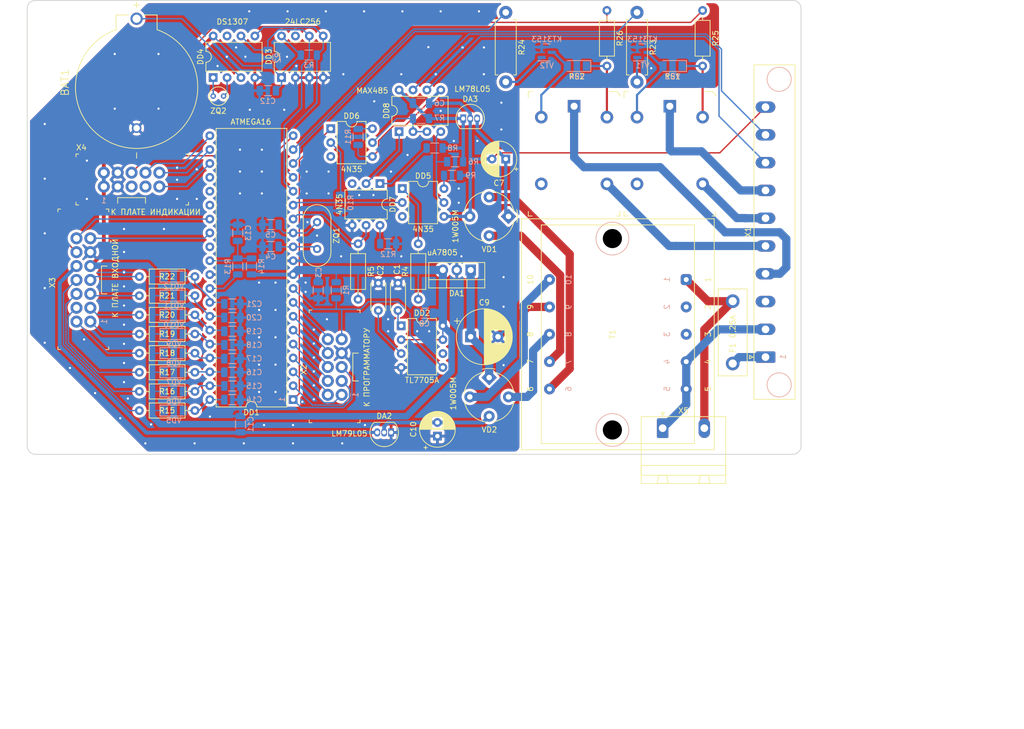
<source format=kicad_pcb>
(kicad_pcb (version 20211014) (generator pcbnew)
  (title_block (title "АКВ-МП, Плата процессора (ПП)"))
  (layers (0 "F.Cu" signal) (31 "B.Cu" signal) (34 "B.Paste" user) (35 "F.Paste" user) (36 "B.SilkS" user "B.Silkscreen") (37 "F.SilkS" user "F.Silkscreen") (38 "B.Mask" user) (39 "F.Mask" user) (44 "Edge.Cuts" user))
  (net 0 "")
  (net 1 "Net-(BAT1-Pad1)")
  (net 2 "+5V")
  (net 3 "GNDD")
  (net 4 "Net-(C1-Pad2)")
  (net 5 "Net-(C2-Pad2)")
  (net 6 "Net-(C4-Pad2)")
  (net 7 "Net-(C5-Pad2)")
  (net 8 "/+5V_SIO")
  (net 9 "Net-(C7-Pad1)")
  (net 10 "Net-(C9-Pad1)")
  (net 11 "Net-(C10-Pad2)")
  (net 12 "/-5V")
  (net 13 "Net-(C13-Pad1)")
  (net 14 "/ADC0")
  (net 15 "/ADC1")
  (net 16 "/ADC2")
  (net 17 "/ADC3")
  (net 18 "/ADC4")
  (net 19 "/ADC5")
  (net 20 "/ADC6")
  (net 21 "/ADC7")
  (net 22 "/PB0")
  (net 23 "/PB1")
  (net 24 "/PB2")
  (net 25 "/PB3")
  (net 26 "/PB4")
  (net 27 "/MOSI")
  (net 28 "/MISO")
  (net 29 "/SCK")
  (net 30 "/RXD")
  (net 31 "/TXD")
  (net 32 "/SCL")
  (net 33 "/SDA")
  (net 34 "/PD4")
  (net 35 "/PD5")
  (net 36 "/DATAOUT")
  (net 37 "/DATAIN")
  (net 38 "/DATAOUT1")
  (net 42 "/PC5")
  (net 43 "/PC6")
  (net 45 "Net-(DD1-Pad32)")
  (net 48 "Net-(DD4-Pad1)")
  (net 49 "Net-(DD4-Pad2)")
  (net 51 "Net-(DD5-Pad1)")
  (net 53 "Net-(DD5-Pad5)")
  (net 54 "Net-(DD5-Pad6)")
  (net 55 "Net-(DD6-Pad2)")
  (net 57 "Net-(DD6-Pad5)")
  (net 58 "Net-(DD6-Pad6)")
  (net 59 "Net-(DD7-Pad1)")
  (net 60 "Net-(DD7-Pad2)")
  (net 62 "Net-(DD7-Pad6)")
  (net 63 "/SIO_LINE_A")
  (net 64 "/SIO_LINE_B")
  (net 65 "/CH5")
  (net 66 "/CH6")
  (net 67 "/CH7")
  (net 68 "/CH8")
  (net 69 "/CH1")
  (net 70 "/CH2")
  (net 71 "/CH3")
  (net 72 "/CH4")
  (net 73 "Net-(R23-Pad2)")
  (net 74 "Net-(R24-Pad2)")
  (net 75 "/+30V")
  (net 76 "Net-(R25-Pad2)")
  (net 77 "Net-(R26-Pad2)")
  (net 78 "Net-(RS1-Pad1)")
  (net 79 "Net-(RS1-Pad2)")
  (net 81 "Net-(RS1-Pad4)")
  (net 82 "Net-(RS2-Pad1)")
  (net 83 "Net-(RS2-Pad2)")
  (net 85 "Net-(RS2-Pad4)")
  (net 86 "Net-(T1-Pad6)")
  (net 87 "Net-(T1-Pad7)")
  (net 88 "Net-(T1-Pad8)")
  (net 89 "Net-(T1-Pad10)")
  (net 93 "/~220L")
  (net 94 "/~220N")
  (net 95 "Net-(F1-Pad2)")
  (net 96 "/-5V_SIO")
  (net 97 "/DATACLK")
  (net 98 "/~{RESET}")
  (footprint "Capacitor_THT:CP_Radial_D6.3mm_P2.50mm" (layer "F.Cu") (at 115 59 180)
    (fp_text reference "C7")
    (fp_text value "100µFx16V")
  )
  (footprint "Resistor_THT:R_Axial_DIN0207_L6.3mm_D2.5mm_P10.16mm_Horizontal" (layer "F.Cu") (at 58.16 105 180)
    (fp_text reference "R15")
    (fp_text value "10К")
  )
  (footprint "Resistor_THT:R_Axial_DIN0207_L6.3mm_D2.5mm_P10.16mm_Horizontal" (layer "F.Cu") (at 58.16 91 180)
    (fp_text reference "R19")
    (fp_text value "10К")
  )
  (footprint "Package_TO_SOT_THT:TO-92_Inline" (layer "F.Cu") (at 94.04 109 180)
    (fp_text reference "DA2")
    (fp_text value "LM79L05")
  )
  (footprint "Capacitor_THT:C_Disc_D4.7mm_W2.5mm_P5.00mm" (layer "F.Cu") (at 95.3 81.7 -90)
    (fp_text reference "C1")
    (fp_text value "0,1µF")
  )
  (footprint "Resistor_THT:R_Axial_DIN0207_L6.3mm_D2.5mm_P10.16mm_Horizontal" (layer "F.Cu") (at 58.16 87.5 180)
    (fp_text reference "R20")
    (fp_text value "10К")
  )
  (footprint "Capacitor_THT:CP_Radial_D6.3mm_P2.50mm" (layer "F.Cu") (at 102.5 109.68238 90)
    (fp_text reference "C10")
    (fp_text value "100µFx16V")
  )
  (footprint "Crystal:Crystal_HC18-U_Vertical" (layer "F.Cu") (at 80.5 70.55 -90)
    (fp_text reference "ZQ1")
    (fp_text value "8MHz")
  )
  (footprint "Resistor_THT:R_Axial_DIN0207_L6.3mm_D2.5mm_P10.16mm_Horizontal" (layer "F.Cu") (at 58.16 84 180)
    (fp_text reference "R21")
    (fp_text value "10К")
  )
  (footprint "AKV_Library:PinHeader_2x7_P2.54mm_Drill1.2mm" (layer "F.Cu") (at 36.5 88.74 90)
    (fp_text reference "X3")
    (fp_text value "0878311420")
  )
  (footprint "Package_DIP:DIP-8_W7.62mm" (layer "F.Cu") (at 61.5 44.12 90)
    (fp_text reference "DD4")
    (fp_text value "DS1307")
  )
  (footprint "Resistor_THT:R_Axial_DIN0207_L6.3mm_D2.5mm_P10.16mm_Horizontal" (layer "F.Cu") (at 58.16 94.5 180)
    (fp_text reference "R18")
    (fp_text value "10К")
  )
  (footprint "Diode_THT:Diode_Bridge_Round_D9.0mm" (layer "F.Cu") (at 111.964466 98.964466 -45)
    (fp_text reference "VD2")
    (fp_text value "1W005M")
  )
  (footprint "Resistor_THT:R_Axial_DIN0207_L6.3mm_D2.5mm_P10.16mm_Horizontal" (layer "F.Cu") (at 151 31.84 -90)
    (fp_text reference "R25")
    (fp_text value "0,51К")
  )
  (footprint "AKV_Library:BAT_BS-7" (layer "F.Cu") (at 47.5 43.35 90)
    (fp_text reference "BAT1")
    (fp_text value "CR2032")
  )
  (footprint "MountingHole_3.2mm_M3" (layer "F.Cu") (at 163 109.5)
    (fp_text reference "REF**" hide)
    (fp_text value "MountingHole_3.2mm_M3")
  )
  (footprint "Package_TO_SOT_THT:TO-220-3_Vertical" (layer "F.Cu") (at 108.58 79.3 180)
    (fp_text reference "DA1")
    (fp_text value "uA7805")
  )
  (footprint "Package_DIP:DIP-6_W7.62mm" (layer "F.Cu") (at 92 63.5 -90)
    (fp_text reference "DD7")
    (fp_text value "4N35")
  )
  (footprint "Package_DIP:DIP-8_W7.62mm" (layer "F.Cu") (at 95.5 54 90)
    (fp_text reference "DD8")
    (fp_text value "MAX485")
  )
  (footprint "MountingHole_3.2mm_M3" (layer "F.Cu") (at 32 33.5)
    (fp_text reference "REF**" hide)
    (fp_text value "MountingHole_3.2mm_M3")
  )
  (footprint "Connector_Phoenix_GMSTB:PhoenixContact_GMSTBA_2,5_2-G-7,62_1x02_P7.62mm_Horizontal" (layer "F.Cu") (at 143.69 108.2225)
    (fp_text reference "X5")
    (fp_text value "22-23-2021")
  )
  (footprint "Diode_THT:Diode_Bridge_Round_D9.0mm" (layer "F.Cu") (at 115.5 69.5 -135)
    (fp_text reference "VD1")
    (fp_text value "1W005M")
  )
  (footprint "Connector_Phoenix_MSTB:PhoenixContact_MSTB_2,5_10-GF-5,08_1x10_P5.08mm_Horizontal_ThreadedFlange_MountHole" (layer "F.Cu") (at 162.5 95.225 90)
    (fp_text reference "X1")
    (fp_text value "Conn_01x10_Male")
  )
  (footprint "Resistor_THT:R_Axial_DIN0411_L9.9mm_D3.6mm_P12.70mm_Horizontal" (layer "F.Cu") (at 139 32.2 -90)
    (fp_text reference "R23")
    (fp_text value "1К")
  )
  (footprint "digikey-footprints:Relay_THT_G5LE-14" (layer "F.Cu") (at 127.5 49.35 -90)
    (fp_text reference "RS2")
    (fp_text value "BS-115C")
  )
  (footprint "Package_DIP:DIP-40_W15.24mm" (layer "F.Cu") (at 76.125 103 180)
    (fp_text reference "DD1")
    (fp_text value "ATmega16L-16P")
  )
  (footprint "Resistor_THT:R_Axial_DIN0207_L6.3mm_D2.5mm_P10.16mm_Horizontal" (layer "F.Cu") (at 58.16 101.5 180)
    (fp_text reference "R16")
    (fp_text value "10К")
  )
  (footprint "AKV_Library:PinHeader_2x5_P2.54mm_Drill1.2mm" (layer "F.Cu") (at 82.46 102.12 90)
    (fp_text reference "X2")
    (fp_text value "302-S101")
  )
  (footprint "Resistor_THT:R_Axial_DIN0207_L6.3mm_D2.5mm_P10.16mm_Horizontal" (layer "F.Cu") (at 133.5 31.84 -90)
    (fp_text reference "R26")
    (fp_text value "0,51К")
  )
  (footprint "Package_DIP:DIP-6_W7.62mm" (layer "F.Cu") (at 96.08 64.42)
    (fp_text reference "DD5")
    (fp_text value "4N35")
  )
  (footprint "AKV_Library:Transformer_TP-122" (layer "F.Cu") (at 148 101.05 90)
    (fp_text reference "T1")
    (fp_text value "Transformer_TP-122")
  )
  (footprint "digikey-footprints:Relay_THT_G5LE-14" (layer "F.Cu") (at 145 49.35 -90)
    (fp_text reference "RS1")
    (fp_text value "BS-115C")
  )
  (footprint "Resistor_THT:R_Axial_DIN0207_L6.3mm_D2.5mm_P10.16mm_Horizontal" (layer "F.Cu") (at 58.16 80.5 180)
    (fp_text reference "R22")
    (fp_text value "10К")
  )
  (footprint "Package_TO_SOT_THT:TO-92_Inline" (layer "F.Cu") (at 107.23 51.6)
    (fp_text reference "DA3")
    (fp_text value "LM78L05")
  )
  (footprint "Resistor_THT:R_Axial_DIN0207_L6.3mm_D2.5mm_P10.16mm_Horizontal" (layer "F.Cu") (at 58.16 98 180)
    (fp_text reference "R17")
    (fp_text value "10К")
  )
  (footprint "Resistor_THT:R_Axial_DIN0207_L6.3mm_D2.5mm_P10.16mm_Horizontal" (layer "F.Cu") (at 99 84.66 90)
    (fp_text reference "R4")
    (fp_text value "300")
  )
  (footprint "Resistor_THT:R_Axial_DIN0207_L6.3mm_D2.5mm_P10.16mm_Horizontal" (layer "F.Cu") (at 88 74.5 -90)
    (fp_text reference "R5")
    (fp_text value "1,1К")
  )
  (footprint "AKV_Library:Fuse_Littelfuse-LVR100_AKV" (layer "F.Cu") (at 156.5 96.4 90)
    (fp_text reference "F1")
    (fp_text value "0,25A")
  )
  (footprint "AKV_Library:PinHeader_2x5_P2.54mm_Drill1.2mm" (layer "F.Cu") (at 41.5 61.5)
    (fp_text reference "X4")
    (fp_text value "302-S101")
  )
  (footprint "MountingHole_3.2mm_M3" (layer "F.Cu") (at 163 33.5)
    (fp_text reference "REF**" hide)
    (fp_text value "MountingHole_3.2mm_M3")
  )
  (footprint "Package_DIP:DIP-8_W7.62mm" (layer "F.Cu") (at 95.88 89.5)
    (fp_text reference "DD2")
    (fp_text value "TL7705A")
  )
  (footprint "Package_DIP:DIP-8_W7.62mm" (layer "F.Cu") (at 74 44.12 90)
    (fp_text reference "DD3")
    (fp_text value "24LC256")
  )
  (footprint "MountingHole_3.2mm_M3" (layer "F.Cu") (at 32 109.5)
    (fp_text reference "REF**" hide)
    (fp_text value "MountingHole_3.2mm_M3")
  )
  (footprint "Package_DIP:DIP-6_W7.62mm" (layer "F.Cu") (at 83 53.46)
    (fp_text reference "DD6")
    (fp_text value "4N35")
  )
  (footprint "Capacitor_THT:CP_Radial_D10.0mm_P5.00mm" (layer "F.Cu") (at 108.58 91.5)
    (fp_text reference "C9")
    (fp_text value "1000µFx16V")
  )
  (footprint "Crystal:Crystal_C38-LF_D3.0mm_L8.0mm_Vertical" (layer "F.Cu") (at 61.5 47.5)
    (fp_text reference "ZQ2")
    (fp_text value "32768Hz")
  )
  (footprint "Resistor_THT:R_Axial_DIN0411_L9.9mm_D3.6mm_P12.70mm_Horizontal" (layer "F.Cu") (at 115 32.2 -90)
    (fp_text reference "R24")
    (fp_text value "1К")
  )
  (footprint "Capacitor_THT:C_Disc_D4.7mm_W2.5mm_P5.00mm" (layer "F.Cu") (at 91.7 81.7 -90)
    (fp_text reference "C2")
    (fp_text value "0,1µF")
  )
  (footprint "Capacitor_SMD:C_1206_3216Metric" (layer "B.Cu") (at 65 93)
    (fp_text reference "C18")
    (fp_text value "3,3nF")
  )
  (footprint "Diode_SMD:D_MiniMELF" (layer "B.Cu") (at 54.3 105)
    (fp_text reference "VD5")
    (fp_text value "LL4148")
  )
  (footprint "Resistor_SMD:R_1206_3216Metric" (layer "B.Cu") (at 102 57 180)
    (fp_text reference "R8")
    (fp_text value "300")
  )
  (footprint "Resistor_SMD:R_1206_3216Metric" (layer "B.Cu") (at 84.8 67 90)
    (fp_text reference "R10")
    (fp_text value "300")
  )
  (footprint "Resistor_SMD:R_1206_3216Metric" (layer "B.Cu") (at 71.5 40.5 90)
    (fp_text reference "R2")
    (fp_text value "5,1K")
  )
  (footprint "Capacitor_SMD:C_1206_3216Metric" (layer "B.Cu") (at 65 95.5)
    (fp_text reference "C17")
    (fp_text value "3,3nF")
  )
  (footprint "Resistor_SMD:R_1206_3216Metric" (layer "B.Cu") (at 105.7375 59.5)
    (fp_text reference "R6")
    (fp_text value "1К")
  )
  (footprint "Capacitor_SMD:C_1206_3216Metric" (layer "B.Cu") (at 66 72.5 90)
    (fp_text reference "C13")
    (fp_text value "0,47µF")
  )
  (footprint "Capacitor_SMD:C_1206_3216Metric" (layer "B.Cu") (at 100.225 87.2 180)
    (fp_text reference "C8")
    (fp_text value "0,47µF")
  )
  (footprint "Resistor_SMD:R_1206_3216Metric" (layer "B.Cu") (at 79 40)
    (fp_text reference "R3")
    (fp_text value "5,1K")
  )
  (footprint "Diode_SMD:D_MiniMELF" (layer "B.Cu") (at 54.3 91)
    (fp_text reference "VD9")
    (fp_text value "LL4148")
  )
  (footprint "Package_TO_SOT_SMD:SOT-23" (layer "B.Cu") (at 122.5 39.5)
    (fp_text reference "VT2")
    (fp_text value "KT3153")
  )
  (footprint "Package_TO_SOT_SMD:SOT-23" (layer "B.Cu") (at 140 39.5)
    (fp_text reference "VT1")
    (fp_text value "KT3153")
  )
  (footprint "Capacitor_SMD:C_1206_3216Metric" (layer "B.Cu") (at 65 90.5)
    (fp_text reference "C19")
    (fp_text value "3,3nF")
  )
  (footprint "Diode_SMD:D_MiniMELF" (layer "B.Cu") (at 54.3 87.5)
    (fp_text reference "VD10")
    (fp_text value "LL4148")
  )
  (footprint "Resistor_SMD:R_1206_3216Metric" (layer "B.Cu") (at 99.5 51.6)
    (fp_text reference "R7")
    (fp_text value "1К")
  )
  (footprint "Capacitor_SMD:C_1206_3216Metric" (layer "B.Cu") (at 66.5 107.5 90)
    (fp_text reference "C11")
    (fp_text value "0,47µF")
  )
  (footprint "Capacitor_SMD:C_1206_3216Metric" (layer "B.Cu") (at 65 98)
    (fp_text reference "C16")
    (fp_text value "3,3nF")
  )
  (footprint "Resistor_SMD:R_1206_3216Metric" (layer "B.Cu") (at 68.5 78.6375 90)
    (fp_text reference "R14")
    (fp_text value "100")
  )
  (footprint "Diode_SMD:D_MiniMELF" (layer "B.Cu") (at 128 42 180)
    (fp_text reference "VD4")
    (fp_text value "LL4148")
  )
  (footprint "Resistor_SMD:R_1206_3216Metric" (layer "B.Cu") (at 66 78.6375 -90)
    (fp_text reference "R13")
    (fp_text value "100")
  )
  (footprint "Capacitor_SMD:C_1206_3216Metric" (layer "B.Cu") (at 65 85.5)
    (fp_text reference "C21")
    (fp_text value "3,3nF")
  )
  (footprint "Capacitor_SMD:C_1206_3216Metric" (layer "B.Cu") (at 71.5 46.5 180)
    (fp_text reference "C12")
    (fp_text value "0,47µF")
  )
  (footprint "Capacitor_SMD:C_1206_3216Metric" (layer "B.Cu") (at 72 71)
    (fp_text reference "C5")
    (fp_text value "30pF")
  )
  (footprint "Diode_SMD:D_MiniMELF" (layer "B.Cu") (at 145.5 42 180)
    (fp_text reference "VD3")
    (fp_text value "LL4148")
  )
  (footprint "Diode_SMD:D_MiniMELF" (layer "B.Cu") (at 54.3 94.5)
    (fp_text reference "VD8")
    (fp_text value "LL4148")
  )
  (footprint "Diode_SMD:D_MiniMELF" (layer "B.Cu") (at 54.3 101.5)
    (fp_text reference "VD6")
    (fp_text value "LL4148")
  )
  (footprint "Capacitor_SMD:C_1206_3216Metric" (layer "B.Cu") (at 99.5 48.8)
    (fp_text reference "C6")
    (fp_text value "0,47µF")
  )
  (footprint "Capacitor_SMD:C_1206_3216Metric" (layer "B.Cu") (at 80.7 83 90)
    (fp_text reference "C3")
    (fp_text value "0,47µF")
  )
  (footprint "Capacitor_SMD:C_1206_3216Metric" (layer "B.Cu") (at 65 88)
    (fp_text reference "C20")
    (fp_text value "3,3nF")
  )
  (footprint "Resistor_SMD:R_1206_3216Metric" (layer "B.Cu") (at 93.5 74.5)
    (fp_text reference "R12")
    (fp_text value "82К")
  )
  (footprint "Resistor_SMD:R_1206_3216Metric" (layer "B.Cu") (at 88 54.9625 -90)
    (fp_text reference "R11")
    (fp_text value "82К")
  )
  (footprint "Capacitor_SMD:C_1206_3216Metric" (layer "B.Cu") (at 72 75)
    (fp_text reference "C4")
    (fp_text value "30pF")
  )
  (footprint "Capacitor_SMD:C_1206_3216Metric" (layer "B.Cu") (at 65 103)
    (fp_text reference "C14")
    (fp_text value "3,3nF")
  )
  (footprint "Resistor_SMD:R_1206_3216Metric" (layer "B.Cu") (at 105.1625 62)
    (fp_text reference "R9")
    (fp_text value "82К")
  )
  (footprint "Diode_SMD:D_MiniMELF" (layer "B.Cu") (at 54.3 80.5)
    (fp_text reference "VD12")
    (fp_text value "LL4148")
  )
  (footprint "Resistor_SMD:R_1206_3216Metric" (layer "B.Cu") (at 84 83 90)
    (fp_text reference "R1")
    (fp_text value "5,1K")
  )
  (footprint "Diode_SMD:D_MiniMELF" (layer "B.Cu") (at 54.3 84)
    (fp_text reference "VD11")
    (fp_text value "LL4148")
  )
  (footprint "Diode_SMD:D_MiniMELF" (layer "B.Cu") (at 54.3 98)
    (fp_text reference "VD7")
    (fp_text value "LL4148")
  )
  (footprint "Capacitor_SMD:C_1206_3216Metric" (layer "B.Cu") (at 65 100.5)
    (fp_text reference "C15")
    (fp_text value "3,3nF")
  )
  (gr_arc locked (start 29 113) (mid 27.93934 112.56066) (end 27.5 111.5) (layer "Edge.Cuts") (width 0.15))
  (gr_line locked (start 169 31.5) (end 169 111.5) (layer "Edge.Cuts") (width 0.15))
  (gr_line locked (start 167.5 113) (end 29 113) (layer "Edge.Cuts") (width 0.15))
  (gr_line locked (start 29 30) (end 167.5 30) (layer "Edge.Cuts") (width 0.15))
  (gr_line locked (start 27.5 111.5) (end 27.5 31.5) (layer "Edge.Cuts") (width 0.15))
  (gr_arc locked (start 167.5 30) (mid 168.56066 30.43934) (end 169 31.5) (layer "Edge.Cuts") (width 0.15))
  (gr_arc locked (start 169 111.5) (mid 168.56066 112.56066) (end 167.5 113) (layer "Edge.Cuts") (width 0.15))
  (gr_arc locked (start 27.5 31.5) (mid 27.93934 30.43934) (end 29 30) (layer "Edge.Cuts") (width 0.15))
  (gr_text "1" (at 74.1 103 90) (layer "B.SilkS") (effects (font (size 1 1)) (justify mirror)))
  (gr_text "1" (at 165.7 95.2 90) (layer "B.SilkS") (effects (font (size 1 1)) (justify mirror)))
  (gr_text "К ПРОГРАММАТОРУ\n" (at 89.6 97.1 90) (layer "F.SilkS") (effects (font (size 1 1))))
  (gr_text "ATMEGA16" (at 68.4 52.2) (layer "F.SilkS") (effects (font (size 1 1))))
  (gr_text "К ПЛАТЕ ИНДИКАЦИИ" (at 51 68.7) (layer "F.SilkS") (effects (font (size 1 1))))
  (gr_text "К ПЛАТЕ ВХОДНОЙ" (at 43.6 80.8 90) (layer "F.SilkS") (effects (font (size 1 1))))
  (segment (start 66.58 44.12) (end 55.81 33.35) (width 0.25) (layer "B.Cu") (net 1))
  (segment (start 55.81 33.35) (end 47.5 33.35) (width 0.25) (layer "B.Cu") (net 1))
  (segment (start 41.5 76.12) (end 41.5 64.04) (width 0.7) (layer "F.Cu") (net 2))
  (segment (start 61.5 36.5) (end 41.5 56.5) (width 0.7) (layer "F.Cu") (net 2))
  (segment (start 39.04 78.58) (end 41.5 76.12) (width 0.7) (layer "F.Cu") (net 2))
  (segment (start 103.5 92.04) (end 95.88 92.04) (width 0.25) (layer "F.Cu") (net 2))
  (segment (start 41.5 56.5) (end 41.5 61.5) (width 0.7) (layer "F.Cu") (net 2))
  (segment (start 49.4 78.5) (end 39.12 78.5) (width 1.2) (layer "B.Cu") (net 2))
  (segment (start 74 44.12) (end 74 43.5375) (width 0.25) (layer "B.Cu") (net 2))
  (segment (start 101.7 87.2) (end 103.4 87.2) (width 1.5) (layer "B.Cu") (net 2))
  (segment (start 50.3 94.5) (end 50.3 91) (width 1.2) (layer "B.Cu") (net 2))
  (segment (start 50.3 106.002943) (end 50.3 105) (width 1.2) (layer "B.Cu") (net 2))
  (segment (start 105.1 97.8) (end 96.86762 106.03238) (width 1.2) (layer "B.Cu") (net 2))
  (segment (start 99 84.66) (end 99 79.7) (width 0.25) (layer "B.Cu") (net 2))
  (segment (start 88.2 79.3) (end 84.1 79.3) (width 1.5) (layer "B.Cu") (net 2))
  (segment (start 52.55 101.5) (end 50.3 101.5) (width 0.25) (layer "B.Cu") (net 2))
  (segment (start 50.3 84) (end 50.3 80.5) (width 1.2) (layer "B.Cu") (net 2))
  (segment (start 52.55 105) (end 50.3 105) (width 0.25) (layer "B.Cu") (net 2))
  (segment (start 103.5 79.3) (end 103.5 87.1) (width 1.5) (layer "B.Cu") (net 2))
  (segment (start 99 79.7) (end 98.6 79.3) (width 0.25) (layer "B.Cu") (net 2))
  (segment (start 103.5 87.1) (end 103.5 89.5) (width 1.5) (layer "B.Cu") (net 2))
  (segment (start 39.12 78.5) (end 39.04 78.58) (width 1.2) (layer "B.Cu") (net 2))
  (segment (start 71.8425 41.9625) (end 74 44.12) (width 0.25) (layer "B.Cu") (net 2))
  (segment (start 80.7 79.3) (end 76.965 79.3) (width 1.5) (layer "B.Cu") (net 2))
  (segment (start 50.3 79.4) (end 49.4 78.5) (width 1.2) (layer "B.Cu") (net 2))
  (segment (start 52.55 80.5) (end 50.3 80.5) (width 0.25) (layer "B.Cu") (net 2))
  (segment (start 50.4 87.5) (end 50.3 87.4) (width 0.25) (layer "B.Cu") (net 2))
  (segment (start 105.1 91.1) (end 105.1 97.8) (width 1.2) (layer "B.Cu") (net 2))
  (segment (start 80.7 79.3) (end 80.7 81.525) (width 1.2) (layer "B.Cu") (net 2))
  (segment (start 84.1 79.3) (end 80.7 79.3) (width 1.5) (layer "B.Cu") (net 2))
  (segment (start 52.55 91) (end 50.3 91) (width 0.25) (layer "B.Cu") (net 2))
  (segment (start 103.5 89.5) (end 105.1 91.1) (width 1.2) (layer "B.Cu") (net 2))
  (segment (start 76.965 79.3) (end 76.125 80.14) (width 1.5) (layer "B.Cu") (net 2))
  (segment (start 74 45.475) (end 72.975 46.5) (width 0.25) (layer "B.Cu") (net 2))
  (segment (start 71.5 41.9625) (end 66.9625 41.9625) (width 0.25) (layer "B.Cu") (net 2))
  (segment (start 50.3 87.4) (end 50.3 84) (width 1.2) (layer "B.Cu") (net 2))
  (segment (start 52.55 98) (end 50.3 98) (width 0.25) (layer "B.Cu") (net 2))
  (segment (start 68.54 80.14) (end 76.125 80.14) (width 0.7) (layer "B.Cu") (net 2))
  (segment (start 84 79.4) (end 84.1 79.3) (width 0.25) (layer "B.Cu") (net 2))
  (segment (start 50.3 91) (end 50.3 87.4) (width 1.2) (layer "B.Cu") (net 2))
  (segment (start 74 44.12) (end 74 45.475) (width 0.25) (layer "B.Cu") (net 2))
  (segment (start 68.5 80.1) (end 68.54 80.14) (width 0.7) (layer "B.Cu") (net 2))
  (segment (start 52.55 87.5) (end 50.4 87.5) (width 0.25) (layer "B.Cu") (net 2))
  (segment (start 51.797057 107.5) (end 50.3 106.002943) (width 1.2) (layer "B.Cu") (net 2))
  (segment (start 41.5 64.04) (end 41.5 61.5) (width 0.7) (layer "B.Cu") (net 2))
  (segment (start 50.3 98) (end 50.3 94.5) (width 1.2) (layer "B.Cu") (net 2))
  (segment (start 98.6 79.3) (end 88.2 79.3) (width 1.5) (layer "B.Cu") (net 2))
  (segment (start 74 43.5375) (end 77.5375 40) (width 0.25) (layer "B.Cu") (net 2))
  (segment (start 71.5 41.9625) (end 71.8425 41.9625) (width 0.25) (layer "B.Cu") (net 2))
  (segment (start 50.3 101.5) (end 50.3 98) (width 1.2) (layer "B.Cu") (net 2))
  (segment (start 84 81.5375) (end 84 79.4) (width 0.25) (layer "B.Cu") (net 2))
  (segment (start 88 84.66) (end 88 79.5) (width 0.25) (layer "B.Cu") (net 2))
  (segment (start 50.3 80.5) (end 50.3 79.4) (width 1.2) (layer "B.Cu") (net 2))
  (segment (start 103.4 87.2) (end 103.5 87.1) (width 1.5) (layer "B.Cu") (net 2))
  (segment (start 103.5 79.3) (end 98.6 79.3) (width 1.5) (layer "B.Cu") (net 2))
  (segment (start 103.5 89.5) (end 103.5 92.04) (width 0.25) (layer "B.Cu") (net 2))
  (segment (start 96.86762 106.03238) (end 68.952544 106.03238) (width 1.2) (layer "B.Cu") (net 2))
  (segment (start 50.3 105) (end 50.3 101.5) (width 1.2) (layer "B.Cu") (net 2))
  (segment (start 77.5375 40) (end 77.5 40) (width 0.25) (layer "B.Cu") (net 2))
  (segment (start 67.484924 107.5) (end 51.797057 107.5) (width 1.2) (layer "B.Cu") (net 2))
  (segment (start 77.5 40) (end 74 36.5) (width 0.25) (layer "B.Cu") (net 2))
  (segment (start 88 79.5) (end 88.2 79.3) (width 0.25) (layer "B.Cu") (net 2))
  (segment (start 52.55 94.5) (end 50.3 94.5) (width 0.25) (layer "B.Cu") (net 2))
  (segment (start 52.55 84) (end 50.3 84) (width 0.25) (layer "B.Cu") (net 2))
  (segment (start 66.9625 41.9625) (end 61.5 36.5) (width 0.25) (layer "B.Cu") (net 2))
  (segment (start 68.952544 106.03238) (end 67.484924 107.5) (width 1.2) (layer "B.Cu") (net 2))
  (segment (start 119.03 86.05) (end 113.58 91.5) (width 1.5) (layer "F.Cu") (net 3))
  (segment (start 123 86.05) (end 119.03 86.05) (width 1.5) (layer "F.Cu") (net 3))
  (via (at 94 61.3) (size 0.8) (drill 0.4) (layers "F.Cu" "B.Cu") (net 3))
  (via (at 45.2 96.3) (size 0.8) (drill 0.4) (layers "F.Cu" "B.Cu") (net 3))
  (via (at 68.1 32) (size 0.8) (drill 0.4) (layers "F.Cu" "B.Cu") (net 3))
  (via (at 102.2 43.5) (size 0.8) (drill 0.4) (layers "F.Cu" "B.Cu") (net 3))
  (via (at 95.9 43.5) (size 0.8) (drill 0.4) (layers "F.Cu" "B.Cu") (net 3))
  (via (at 58.5 66.3) (size 0.8) (drill 0.4) (layers "F.Cu" "B.Cu") (net 3))
  (via (at 106.9 76.8) (size 0.8) (drill 0.4) (layers "F.Cu" "B.Cu") (net 3))
  (via (at 68.2 50) (size 0.8) (drill 0.4) (layers "F.Cu" "B.Cu") (net 3))
  (via (at 75.002944 40.302944) (size 0.8) (drill 0.4) (layers "F.Cu" "B.Cu") (net 3))
  (via (at 78.4 83.3) (size 0.8) (drill 0.4) (layers "F.Cu" "B.Cu") (net 3))
  (via (at 30.7 72.6) (size 0.8) (drill 0.4) (layers "F.Cu" "B.Cu") (net 3))
  (via (at 72.9 91.6) (size 0.8) (drill 0.4) (layers "F.Cu" "B.Cu") (net 3))
  (via (at 30.7 82.6) (size 0.8) (drill 0.4) (layers "F.Cu" "B.Cu") (net 3))
  (via (at 45.2 99.8) (size 0.8) (drill 0.4) (layers "F.Cu" "B.Cu") (net 3))
  (via (at 72.9 81.6) (size 0.8) (drill 0.4) (layers "F.Cu" "B.Cu") (net 3))
  (via (at 70.4 57.3) (size 0.8) (drill 0.4) (layers "F.Cu" "B.Cu") (net 3))
  (via (at 109.8 55.7) (size 0.8) (drill 0.4) (layers "F.Cu" "B.Cu") (net 3))
  (via (at 62.302944 41.997056) (size 0.8) (drill 0.4) (layers "F.Cu" "B.Cu") (net 3))
  (via (at 37.9 92) (size 0.8) (drill 0.4) (layers "F.Cu" "B.Cu") (net 3))
  (via (at 78.6 61.3) (size 0.8) (drill 0.4) (layers "F.Cu" "B.Cu") (net 3))
  (via (at 90.8 65.6) (size 0.8) (drill 0.4) (layers "F.Cu" "B.Cu") (net 3))
  (via (at 101 90.5) (size 0.8) (drill 0.4) (layers "F.Cu" "B.Cu") (net 3))
  (via (at 96.1 32) (size 0.8) (drill 0.4) (layers "F.Cu" "B.Cu") (net 3))
  (via (at 90.950253 48.449747) (size 0.8) (drill 0.4) (layers "F.Cu" "B.Cu") (net 3))
  (via (at 114.6 96.7) (size 0.8) (drill 0.4) (layers "F.Cu" "B.Cu") (net 3))
  (via (at 93.5 88.3) (size 0.8) (drill 0.4) (layers "F.Cu" "B.Cu") (net 3))
  (via (at 76.1 107.65) (size 0.8) (drill 0.4) (layers "F.Cu" "B.Cu") (net 3))
  (via (at 60.9 106.1) (size 0.8) (drill 0.4) (layers "F.Cu" "B.Cu") (net 3))
  (via (at 69.9 81.6) (size 0.8) (drill 0.4) (layers "F.Cu" "B.Cu") (net 3))
  (via (at 105.5 55.7) (size 0.8) (drill 0.4) (layers "F.Cu" "B.Cu") (net 3))
  (via (at 89.25 107.65) (size 0.8) (drill 0.4) (layers "F.Cu" "B.Cu") (net 3))
  (via (at 88.2 65.6) (size 0.8) (drill 0.4) (layers "F.Cu" "B.Cu") (net 3))
  (via (at 69.9 91.6) (size 0.8) (drill 0.4) (layers "F.Cu" "B.Cu") (net 3))
  (via (at 54.9 62.8) (size 0.8) (drill 0.4) (layers "F.Cu" "B.Cu") (net 3))
  (via (at 51.5 49.8) (size 0.8) (drill 0.4) (layers "F.Cu" "B.Cu") (net 3))
  (via (at 54.9 66.3) (size 0.8) (drill 0.4) (layers "F.Cu" "B.Cu") (net 3))
  (via (at 79.9 90.2) (size 0.8) (drill 0.4) (layers "F.Cu" "B.Cu") (net 3))
  (via (at 79.9 100.4) (size 0.8) (drill 0.4) (layers "F.Cu" "B.Cu") (net 3))
  (via (at 82.3 88.3) (size 0.8) (drill 0.4) (layers "F.Cu" "B.Cu") (net 3))
  (via (at 93.5 90.5) (size 0.8) (drill 0.4) (layers "F.Cu" "B.Cu") (net 3))
  (via (at 50.14264 107.54264) (size 0.8) (drill 0.4) (layers "F.Cu" "B.Cu") (net 3))
  (via (at 38.4 66.3) (size 0.8) (drill 0.4) (layers "F.Cu" "B.Cu") (net 3))
  (via (at 66.4 57.3) (size 0.8) (drill 0.4) (layers "F.Cu" "B.Cu") (net 3))
  (via (at 67.1 111) (size 0.8) (drill 0.4) (layers "F.Cu" "B.Cu") (net 3))
  (via (at 45.9 102.8) (size 0.8) (drill 0.4) (layers "F.Cu" "B.Cu") (net 3))
  (via (at 69.9 96.6) (size 0.8) (drill 0.4) (layers "F.Cu" "B.Cu") (net 3))
  (via (at 70.8 107.65) (size 0.8) (drill 0.4) (layers "F.Cu" "B.Cu") (net 3))
  (via (at 69.9 86.6) (size 0.8) (drill 0.4) (layers "F.Cu" "B.Cu") (net 3))
  (via (at 141.6 42.4) (size 0.8) (drill 0.4) (layers "F.Cu" "B.Cu") (net 3))
  (via (at 65.697056 38.602944) (size 0.8) (drill 0.4) (layers "F.Cu" "B.Cu") (net 3))
  (via (at 45.2 76) (size 0.8) (drill 0.4) (layers "F.Cu" "B.Cu") (net 3))
  (via (at 100.849747 38.550253) (size 0.8) (drill 0.4) (layers "F.Cu" "B.Cu") (net 3))
  (via (at 106.4 67) (size 0.8) (drill 0.4) (layers "F.Cu" "B.Cu") (net 3))
  (via (at 114.2 53.6) (size 0.8) (drill 0.4) (layers "F.Cu" "B.Cu") (net 3))
  (via (at 79.9 95.3) (size 0.8) (drill 0.4) (layers "F.Cu" "B.Cu") (net 3))
  (via (at 43.5 39.8) (size 0.8) (drill 0.4) (layers "F.Cu" "B.Cu") (net 3))
  (via (at 54.9 60.6) (size 0.8) (drill 0.4) (layers "F.Cu" "B.Cu") (net 3))
  (via (at 84.9 76.8) (size 0.8) (drill 0.4) (layers "F.Cu" "B.Cu") (net 3))
  (via (at 111 38.6) (size 0.8) (drill 0.4) (layers "F.Cu" "B.Cu") (net 3))
  (via (at 76.7 42) (size 0.8) (drill 0.4) (layers "F.Cu" "B.Cu") (net 3))
  (via (at 95.9 76.8) (size 0.8) (drill 0.4) (layers "F.Cu" "B.Cu") (net 3))
  (via (at 45.2 92.8) (size 0.8) (drill 0.4) (layers "F.Cu" "B.Cu") (net 3))
  (via (at 30.7 52.6) (size 0.8) (drill 0.4) (layers "F.Cu" "B.Cu") (net 3))
  (via (at 39.907612 101.807612) (size 0.8) (drill 0.4) (layers "F.Cu" "B.Cu") (net 3))
  (via (at 45.2 85.8) (size 0.8) (drill 0.4) (layers "F.Cu" "B.Cu") (net 3))
  (via (at 35.311418 97.211418) (size 0.8) (drill 0.4) (layers "F.Cu" "B.Cu") (net 3))
  (via (at 82.1 32) (size 0.8) (drill 0.4) (layers "F.Cu" "B.Cu") (net 3))
  (via (at 43.5 49.8) (size 0.8) (drill 0.4) (layers "F.Cu" "B.Cu") (net 3))
  (via (at 58.5 60.9) (size 0.8) (drill 0.4) (layers "F.Cu" "B.Cu") (net 3))
  (via (at 77.8 103.4) (size 0.8) (drill 0.4) (layers "F.Cu" "B.Cu") (net 3))
  (via (at 114.6 86) (size 0.8) (drill 0.4) (layers "F.Cu" "B.Cu") (net 3))
  (via (at 110.1 32) (size 0.8) (drill 0.4) (layers "F.Cu" "B.Cu") (net 3))
  (via (at 45.2 71.8) (size 0.8) (drill 0.4) (layers "F.Cu" "B.Cu") (net 3))
  (via (at 72.9 96.6) (size 0.8) (drill 0.4) (layers "F.Cu" "B.Cu") (net 3))
  (via (at 66.4 61.3) (size 0.8) (drill 0.4) (layers "F.Cu" "B.Cu") (net 3))
  (via (at 74.5 50) (size 0.8) (drill 0.4) (layers "F.Cu" "B.Cu") (net 3))
  (via (at 111 43.5) (size 0.8) (drill 0.4) (layers "F.Cu" "B.Cu") (net 3))
  (via (at 67.394112 40.3) (size 0.8) (drill 0.4) (layers "F.Cu" "B.Cu") (net 3))
  (via (at 66.4 65.3) (size 0.8) (drill 0.4) (layers "F.Cu" "B.Cu") (net 3))
  (via (at 78.75 70.55) (size 0.8) (drill 0.4) (layers "F.Cu" "B.Cu") (net 3))
  (via (at 52.5 71.8) (size 0.8) (drill 0.4) (layers "F.Cu" "B.Cu") (net 3))
  (via (at 70.4 65.3) (size 0.8) (drill 0.4) (layers "F.Cu" "B.Cu") (net 3))
  (via (at 45.2 82.3) (size 0.8) (drill 0.4) (layers "F.Cu" "B.Cu") (net 3))
  (via (at 89.1 32) (size 0.8) (drill 0.4) (layers "F.Cu" "B.Cu") (net 3))
  (via (at 45.2 89.3) (size 0.8) (drill 0.4) (layers "F.Cu" "B.Cu") (net 3))
  (via (at 78.4 81.6) (size 0.8) (drill 0.4) (layers "F.Cu" "B.Cu") (net 3))
  (via (at 78.6 65.3) (size 0.8) (drill 0.4) (layers "F.Cu" "B.Cu") (net 3))
  (via (at 79.9 92.75) (size 0.8) (drill 0.4) (layers "F.Cu" "B.Cu") (net 3))
  (via (at 82.6 61.3) (size 0.8) (drill 0.4) (layers "F.Cu" "B.Cu") (net 3))
  (via (at 69.9 101.6) (size 0.8) (drill 0.4) (layers "F.Cu" "B.Cu") (net 3))
  (via (at 103.1 50.2) (size 0.8) (drill 0.4) (layers "F.Cu" "B.Cu") (net 3))
  (via (at 85.3 43.5) (size 0.8) (drill 0.4) (layers "F.Cu" "B.Cu") (net 3))
  (via (at 58.1 111) (size 0.8) (drill 0.4) (layers "F.Cu" "B.Cu") (net 3))
  (via (at 82.6 65.3) (size 0.8) (drill 0.4) (layers "F.Cu" "B.Cu") (net 3))
  (via (at 79.9 102.95) (size 0.8) (drill 0.4) (layers "F.Cu" "B.Cu") (net 3))
  (via (at 49.1 111) (size 0.8) (drill 0.4) (layers "F.Cu" "B.Cu") (net 3))
  (via (at 98.8 90.5) (size 0.8) (drill 0.4) (layers "F.Cu" "B.Cu") (net 3))
  (via (at 70.4 61.3) (size 0.8) (drill 0.4) (layers "F.Cu" "B.Cu") (net 3))
  (via (at 114.2 48.7) (size 0.8) (drill 0.4) (layers "F.Cu" "B.Cu") (net 3))
  (via (at 114.6 80.6) (size 0.8) (drill 0.4) (layers "F.Cu" "B.Cu") (net 3))
  (via (at 45.2 79.7) (size 0.8) (drill 0.4) (layers "F.Cu" "B.Cu") (net 3))
  (via (at 106.4 64.4) (size 0.8) (drill 0.4) (layers "F.Cu" "B.Cu") (net 3))
  (via (at 103.1 32) (size 0.8) (drill 0.4) (layers "F.Cu" "B.Cu") (net 3))
  (via (at 30.7 62.6) (size 0.8) (drill 0.4) (layers "F.Cu" "B.Cu") (net 3))
  (via (at 44.503806 106.403806) (size 0.8) (drill 0.4) (layers "F.Cu" "B.Cu") (net 3))
  (via (at 30.7 92.6) (size 0.8) (drill 0.4) (layers "F.Cu" "B.Cu") (net 3))
  (via (at 107.1 38.6) (size 0.8) (drill 0.4) (layers "F.Cu" "B.Cu") (net 3))
  (via (at 76.1 111) (size 0.8) (drill 0.4) (layers "F.Cu" "B.Cu") (net 3))
  (via (at 72.9 101.6) (size 0.8) (drill 0.4) (layers "F.Cu" "B.Cu") (net 3))
  (via (at 38.4 59.3) (size 0.8) (drill 0.4) (layers "F.Cu" "B.Cu") (net 3))
  (via (at 79.9 97.85) (size 0.8) (drill 0.4) (layers "F.Cu" "B.Cu") (net 3))
  (via (at 97.04056 58.25944) (size 0.8) (drill 0.4) (layers "F.Cu" "B.Cu") (net 3))
  (via (at 80.5 73) (size 0.8) (drill 0.4) (layers "F.Cu" "B.Cu") (net 3))
  (via (at 75.1 32) (size 0.8) (drill 0.4) (layers "F.Cu" "B.Cu") (net 3))
  (via (at 64 40.3) (size 0.8) (drill 0.4) (layers "F.Cu" "B.Cu") (net 3))
  (via (at 72.9 86.6) (size 0.8) (drill 0.4) (layers "F.Cu" "B.Cu") (net 3))
  (via (at 85.1 111) (size 0.8) (drill 0.4) (layers "F.Cu" "B.Cu") (net 3))
  (via (at 51.5 39.8) (size 0.8) (drill 0.4) (layers "F.Cu" "B.Cu") (net 3))
  (segment (start 92.1625 68.4625) (end 94.9625 71.2625) (width 0.25) (layer "B.Cu") (net 3))
  (segment (start 94.9625 71.2625) (end 94.9625 74.5) (width 0.25) (layer "B.Cu") (net 3))
  (segment (start 66.025 71) (end 66 71.025) (width 0.25) (layer "B.Cu") (net 3))
  (segment (start 84.8 68.4625) (end 92.1625 68.4625) (width 0.25) (layer "B.Cu") (net 3))
  (segment (start 139.0625 38.55) (end 121.5625 38.55) (width 0.4) (layer "B.Cu") (net 3))
  (segment (start 95.3 88.92) (end 95.88 89.5) (width 0.25) (layer "B.Cu") (net 4))
  (segment (start 95.3 86.7) (end 95.3 88.92) (width 0.25) (layer "B.Cu") (net 4))
  (segment (start 91.7 90.4) (end 91.7 86.7) (width 0.25) (layer "B.Cu") (net 5))
  (segment (start 91.7 90.4) (end 95.88 94.58) (width 0.25) (layer "B.Cu") (net 5))
  (segment (start 80.11 75.06) (end 80.5 75.45) (width 0.25) (layer "B.Cu") (net 6))
  (segment (start 76.125 75.06) (end 80.11 75.06) (width 0.25) (layer "B.Cu") (net 6))
  (segment (start 73.535 75.06) (end 73.475 75) (width 0.25) (layer "B.Cu") (net 6))
  (segment (start 76.125 75.06) (end 73.535 75.06) (width 0.25) (layer "B.Cu") (net 6))
  (segment (start 73.475 71.575) (end 73.475 71) (width 0.25) (layer "B.Cu") (net 7))
  (segment (start 74.42 72.52) (end 73.475 71.575) (width 0.25) (layer "B.Cu") (net 7))
  (segment (start 78.53 72.52) (end 80.5 70.55) (width 0.25) (layer "B.Cu") (net 7))
  (segment (start 76.125 72.52) (end 74.42 72.52) (width 0.25) (layer "B.Cu") (net 7))
  (segment (start 76.125 72.52) (end 78.53 72.52) (width 0.25) (layer "B.Cu") (net 7))
  (segment (start 98.025 48.8) (end 97.92 48.8) (width 0.6) (layer "B.Cu") (net 8))
  (segment (start 107.23 59.47) (end 107.2 59.5) (width 0.6) (layer "B.Cu") (net 8))
  (segment (start 107.23 56.93) (end 107.23 59.47) (width 0.6) (layer "B.Cu") (net 8))
  (segment (start 107.23 59.2325) (end 106.9625 59.5) (width 0.3) (layer "B.Cu") (net 8))
  (segment (start 100.9625 51.6) (end 100.825 51.6) (width 0.6) (layer "B.Cu") (net 8))
  (segment (start 97.92 48.8) (end 95.5 46.38) (width 0.6) (layer "B.Cu") (net 8))
  (segment (start 100.825 51.6) (end 98.025 48.8) (width 0.6) (layer "B.Cu") (net 8))
  (segment (start 107.23 51.6) (end 100.9625 51.6) (width 0.6) (layer "B.Cu") (net 8))
  (segment (start 103.4625 57) (end 107.16 57) (width 0.6) (layer "B.Cu") (net 8))
  (segment (start 107.16 57) (end 107.23 56.93) (width 0.6) (layer "B.Cu") (net 8))
  (segment (start 107.23 51.6) (end 107.23 56.93) (width 0.6) (layer "B.Cu") (net 8))
  (segment (start 109.77 51.6) (end 109.77 53.77) (width 0.6) (layer "B.Cu") (net 9))
  (segment (start 115 69) (end 115.5 69.5) (width 0.6) (layer "B.Cu") (net 9))
  (segment (start 109.77 53.77) (end 115 59) (width 0.6) (layer "B.Cu") (net 9))
  (segment (start 115 59) (end 115 69) (width 0.6) (layer "B.Cu") (net 9))
  (segment (start 108.58 91.5) (end 108.58 79.3) (width 1.5) (layer "B.Cu") (net 10))
  (segment (start 111.964466 98.964466) (end 111.964466 94.884466) (width 1.5) (layer "B.Cu") (net 10))
  (segment (start 111.964466 94.884466) (end 108.58 91.5) (width 1.5) (layer "B.Cu") (net 10))
  (segment (start 92.77 109) (end 92.77 107.895) (width 0.7) (layer "B.Cu") (net 11))
  (segment (start 102.5 107.18238) (end 110.81762 107.18238) (width 0.7) (layer "B.Cu") (net 11))
  (segment (start 110.81762 107.18238) (end 111.964466 106.035534) (width 0.7) (layer "B.Cu") (net 11))
  (segment (start 92.77 107.895) (end 93.48262 107.18238) (width 0.7) (layer "B.Cu") (net 11))
  (segment (start 93.48262 107.18238) (end 102.5 107.18238) (width 0.7) (layer "B.Cu") (net 11))
  (segment (start 66.475 109) (end 66.5 108.975) (width 0.6) (layer "B.Cu") (net 12))
  (segment (start 33.45 93.22071) (end 49.27929 109.05) (width 0.7) (layer "B.Cu") (net 12))
  (segment (start 66.525 109) (end 91.5 109) (width 0.6) (layer "B.Cu") (net 12))
  (segment (start 36.5 78.58) (end 33.45 81.63) (width 0.7) (layer "B.Cu") (net 12))
  (segment (start 66.5 108.975) (end 66.525 109) (width 0.6) (layer "B.Cu") (net 12))
  (segment (start 33.45 81.63) (end 33.45 93.22071) (width 0.7) (layer "B.Cu") (net 12))
  (segment (start 66.425 109.05) (end 66.5 108.975) (width 0.7) (layer "B.Cu") (net 12))
  (segment (start 49.27929 109.05) (end 66.425 109.05) (width 0.7) (layer "B.Cu") (net 12))
  (segment (start 66 77.175) (end 68.5 77.175) (width 0.25) (layer "B.Cu") (net 13))
  (segment (start 60.885 77.6) (end 65.575 77.6) (width 0.25) (layer "B.Cu") (net 13))
  (segment (start 65.575 77.6) (end 66 77.175) (width 0.25) (layer "B.Cu") (net 13))
  (segment (start 66 73.975) (end 66 77.175) (width 0.25) (layer "B.Cu") (net 13))
  (segment (start 60.885 103) (end 63.525 103) (width 0.25) (layer "B.Cu") (net 14))
  (segment (start 60.885 103) (end 58.885 105) (width 0.25) (layer "B.Cu") (net 14))
  (segment (start 56.05 105) (end 58.16 105) (width 0.25) (layer "B.Cu") (net 14))
  (segment (start 58.885 105) (end 58.16 105) (width 0.25) (layer "B.Cu") (net 14))
  (segment (start 63.485 100.46) (end 60.885 100.46) (width 0.25) (layer "B.Cu") (net 15))
  (segment (start 59.2 100.46) (end 58.16 101.5) (width 0.25) (layer "B.Cu") (net 15))
  (segment (start 63.525 100.5) (end 63.485 100.46) (width 0.25) (layer "B.Cu") (net 15))
  (segment (start 60.885 100.46) (end 59.2 100.46) (width 0.25) (layer "B.Cu") (net 15))
  (segment (start 56.05 101.5) (end 58.16 101.5) (width 0.25) (layer "B.Cu") (net 15))
  (segment (start 63.445 97.92) (end 60.885 97.92) (width 0.25) (layer "B.Cu") (net 16))
  (segment (start 63.525 98) (end 63.445 97.92) (width 0.25) (layer "B.Cu") (net 16))
  (segment (start 58.24 97.92) (end 58.16 98) (width 0.25) (layer "B.Cu") (net 16))
  (segment (start 56.05 98) (end 58.16 98) (width 0.25) (layer "B.Cu") (net 16))
  (segment (start 60.885 97.92) (end 58.24 97.92) (width 0.25) (layer "B.Cu") (net 16))
  (segment (start 60.885 95.38) (end 59.04 95.38) (width 0.25) (layer "B.Cu") (net 17))
  (segment (start 63.525 95.5) (end 63.405 95.38) (width 0.25) (layer "B.Cu") (net 17))
  (segment (start 59.04 95.38) (end 58.16 94.5) (width 0.25) (layer "B.Cu") (net 17))
  (segment (start 63.405 95.38) (end 60.885 95.38) (width 0.25) (layer "B.Cu") (net 17))
  (segment (start 56.05 94.5) (end 58.16 94.5) (width 0.25) (layer "B.Cu") (net 17))
  (segment (start 56.05 91) (end 58.16 91) (width 0.25) (layer "B.Cu") (net 18))
  (segment (start 63.365 92.84) (end 60.885 92.84) (width 0.25) (layer "B.Cu") (net 18))
  (segment (start 60.885 92.84) (end 59.045 91) (width 0.25) (layer "B.Cu") (net 18))
  (segment (start 63.525 93) (end 63.365 92.84) (width 0.25) (layer "B.Cu") (net 18))
  (segment (start 59.045 91) (end 58.16 91) (width 0.25) (layer "B.Cu") (net 18))
  (segment (start 60.885 90.3) (end 58.16 87.575) (width 0.25) (layer "B.Cu") (net 19))
  (segment (start 63.325 90.3) (end 60.885 90.3) (width 0.25) (layer "B.Cu") (net 19))
  (segment (start 58.16 87.575) (end 58.16 87.5) (width 0.25) (layer "B.Cu") (net 19))
  (segment (start 56.05 87.5) (end 58.16 87.5) (width 0.25) (layer "B.Cu") (net 19))
  (segment (start 63.525 90.5) (end 63.325 90.3) (width 0.25) (layer "B.Cu") (net 19))
  (segment (start 63.525 88) (end 63.285 87.76) (width 0.25) (layer "B.Cu") (net 20))
  (segment (start 56.05 84) (end 58.16 84) (width 0.25) (layer "B.Cu") (net 20))
  (segment (start 63.285 87.76) (end 60.885 87.76) (width 0.25) (layer "B.Cu") (net 20))
  (segment (start 60.885 87.76) (end 58.16 85.035) (width 0.25) (layer "B.Cu") (net 20))
  (segment (start 58.16 85.035) (end 58.16 84) (width 0.25) (layer "B.Cu") (net 20))
  (segment (start 60.885 85.22) (end 60.885 84.385) (width 0.25) (layer "B.Cu") (net 21))
  (segment (start 58.16 81.66) (end 58.16 80.5) (width 0.25) (layer "B.Cu") (net 21))
  (segment (start 60.885 84.385) (end 58.16 81.66) (width 0.25) (layer "B.Cu") (net 21))
  (segment (start 56.05 80.5) (end 58.16 80.5) (width 0.25) (layer "B.Cu") (net 21))
  (segment (start 63.525 85.5) (end 63.245 85.22) (width 0.25) (layer "B.Cu") (net 21))
  (segment (start 63.245 85.22) (end 60.885 85.22) (width 0.25) (layer "B.Cu") (net 21))
  (segment (start 77.25 101.875) (end 77.25 59.21) (width 0.25) (layer "F.Cu") (net 22))
  (segment (start 76.125 103) (end 77.25 101.875) (width 0.25) (layer "F.Cu") (net 22))
  (segment (start 77.25 59.21) (end 83 53.46) (width 0.25) (layer "F.Cu") (net 22))
  (segment (start 77.57 104.445) (end 85.326651 104.445) (width 0.25) (layer "B.Cu") (net 22))
  (segment (start 85.326651 104.445) (end 86.875 102.896651) (width 0.25) (layer "B.Cu") (net 22))
  (segment (start 86.875 102.896651) (end 86.875 98.915) (width 0.25) (layer "B.Cu") (net 22))
  (segment (start 86.875 98.915) (end 85 97.04) (width 0.25) (layer "B.Cu") (net 22))
  (segment (start 76.125 103) (end 77.57 104.445) (width 0.25) (layer "B.Cu") (net 22))
  (segment (start 85.140255 103.995) (end 86.425 102.710255) (width 0.25) (layer "B.Cu") (net 23))
  (segment (start 86.425 102.710255) (end 86.425 101.005) (width 0.25) (layer "B.Cu") (net 23))
  (segment (start 79.66 103.995) (end 85.140255 103.995) (width 0.25) (layer "B.Cu") (net 23))
  (segment (start 86.425 101.005) (end 85 99.58) (width 0.25) (layer "B.Cu") (net 23))
  (segment (start 76.125 100.46) (end 79.66 103.995) (width 0.25) (layer "B.Cu") (net 23))
  (segment (start 83.575 103.545) (end 81.75 103.545) (width 0.25) (layer "B.Cu") (net 24))
  (segment (start 85 102.12) (end 83.575 103.545) (width 0.25) (layer "B.Cu") (net 24))
  (segment (start 81.75 103.545) (end 76.125 97.92) (width 0.25) (layer "B.Cu") (net 24))
  (segment (start 76.125 95.38) (end 82.46 101.715) (width 0.25) (layer "B.Cu") (net 25))
  (segment (start 82.46 101.715) (end 82.46 102.12) (width 0.25) (layer "B.Cu") (net 25))
  (segment (start 76.125 92.84) (end 82.46 99.175) (width 0.25) (layer "B.Cu") (net 26))
  (segment (start 82.46 99.175) (end 82.46 99.58) (width 0.25) (layer "B.Cu") (net 26))
  (segment (start 76.125 90.3) (end 82.46 96.635) (width 0.25) (layer "B.Cu") (net 27))
  (segment (start 82.46 94.095) (end 82.46 94.5) (width 0.25) (layer "B.Cu") (net 28))
  (segment (start 76.125 87.76) (end 82.46 94.095) (width 0.25) (layer "B.Cu") (net 28))
  (segment (start 82.46 91.555) (end 82.46 91.96) (width 0.25) (layer "B.Cu") (net 29))
  (segment (start 76.125 85.22) (end 82.46 91.555) (width 0.25) (layer "B.Cu") (net 29))
  (segment (start 89.46 71.12) (end 89.46 73.04) (width 0.25) (layer "B.Cu") (net 30))
  (segment (start 81.480001 69.180001) (end 76.924999 69.180001) (width 0.25) (layer "B.Cu") (net 30))
  (segment (start 86.8 74.5) (end 81.480001 69.180001) (width 0.25) (layer "B.Cu") (net 30))
  (segment (start 88 74.5) (end 86.8 74.5) (width 0.25) (layer "B.Cu") (net 30))
  (segment (start 89.46 73.04) (end 88 74.5) (width 0.25) (layer "B.Cu") (net 30))
  (segment (start 76.924999 69.180001) (end 76.125 69.98) (width 0.25) (layer "B.Cu") (net 30))
  (segment (start 76.605 66.96) (end 76.125 67.44) (width 0.25) (layer "B.Cu") (net 31))
  (segment (start 96.08 66.96) (end 76.605 66.96) (width 0.25) (layer "B.Cu") (net 31))
  (segment (start 71.5 37.3) (end 71.5 39.0375) (width 0.25) (layer "B.Cu") (net 32))
  (segment (start 79.08 36.5) (end 79.08 40.52) (width 0.25) (layer "B.Cu") (net 32))
  (segment (start 69.1175 39.0375) (end 66.58 36.5) (width 0.25) (layer "B.Cu") (net 32))
  (segment (start 71.5 39.0375) (end 69.1175 39.0375) (width 0.25) (layer "B.Cu") (net 32))
  (segment (start 77.665 41.935) (end 77.665 49.665991) (width 0.25) (layer "B.Cu") (net 32))
  (segment (start 73.425 35.375) (end 71.5 37.3) (width 0.25) (layer "B.Cu") (net 32))
  (segment (start 77.665 49.665991) (end 74.5 52.830991) (width 0.25) (layer "B.Cu") (net 32))
  (segment (start 74.5 63.275) (end 74.5 52.830991) (width 0.25) (layer "B.Cu") (net 32))
  (segment (start 79.08 36.5) (end 77.955 35.375) (width 0.25) (layer "B.Cu") (net 32))
  (segment (start 79.08 40.52) (end 77.665 41.935) (width 0.25) (layer "B.Cu") (net 32))
  (segment (start 77.955 35.375) (end 73.425 35.375) (width 0.25) (layer "B.Cu") (net 32))
  (segment (start 76.125 64.9) (end 74.5 63.275) (width 0.25) (layer "B.Cu") (net 32))
  (segment (start 75 61.235) (end 76.125 62.36) (width 0.25) (layer "B.Cu") (net 33))
  (segment (start 80.4625 40) (end 81.62 38.8425) (width 0.25) (layer "B.Cu") (net 33))
  (segment (start 75 54.2) (end 75 61.235) (width 0.25) (layer "B.Cu") (net 33))
  (segment (start 80.4625 40) (end 80.4625 48.7375) (width 0.25) (layer "B.Cu") (net 33))
  (segment (start 70.695 34.925) (end 80.045 34.925) (width 0.25) (layer "B.Cu") (net 33))
  (segment (start 69.12 36.5) (end 70.695 34.925) (width 0.25) (layer "B.Cu") (net 33))
  (segment (start 80.4625 48.7375) (end 75 54.2) (width 0.25) (layer "B.Cu") (net 33))
  (segment (start 80.045 34.925) (end 81.62 36.5) (width 0.25) (layer "B.Cu") (net 33))
  (segment (start 81.62 38.8425) (end 81.62 36.5) (width 0.25) (layer "B.Cu") (net 33))
  (segment (start 139 32.2) (end 135.5 35.7) (width 0.25) (layer "B.Cu") (net 34))
  (segment (start 77.3 56.741396) (end 77.3 58.645) (width 0.25) (layer "B.Cu") (net 34))
  (segment (start 77.3 58.645) (end 76.125 59.82) (width 0.25) (layer "B.Cu") (net 34))
  (segment (start 135.5 35.7) (end 98.341396 35.7) (width 0.25) (layer "B.Cu") (net 34))
  (segment (start 98.341396 35.7) (end 77.3 56.741396) (width 0.25) (layer "B.Cu") (net 34))
  (segment (start 98.155 35.25) (end 76.125 57.28) (width 0.25) (layer "B.Cu") (net 35))
  (segment (start 111.95 35.25) (end 98.155 35.25) (width 0.25) (layer "B.Cu") (net 35))
  (segment (start 115 32.2) (end 111.95 35.25) (width 0.25) (layer "B.Cu") (net 35))
  (segment (start 72.46 58.405) (end 76.125 54.74) (width 0.25) (layer "F.Cu") (net 36))
  (segment (start 49.675 58.405) (end 72.46 58.405) (width 0.25) (layer "F.Cu") (net 36))
  (segment (start 46.58 61.5) (end 49.675 58.405) (width 0.25) (layer "F.Cu") (net 36))
  (segment (start 50.82 59.8) (end 56 59.8) (width 0.25) (layer "B.Cu") (net 37))
  (segment (start 49.12 61.5) (end 50.82 59.8) (width 0.25) (layer "B.Cu") (net 37))
  (segment (start 56 59.8) (end 60.885 54.915) (width 0.25) (layer "B.Cu") (net 37))
  (segment (start 60.885 54.915) (end 60.885 54.74) (width 0.25) (layer "B.Cu") (net 37))
  (segment (start 51.66 64.04) (end 56.665 64.04) (width 0.25) (layer "B.Cu") (net 38))
  (segment (start 56.665 64.04) (end 60.885 59.82) (width 0.25) (layer "B.Cu") (net 38))
  (segment (start 36.5 73.5) (end 40.02 69.98) (width 0.25) (layer "B.Cu") (net 42))
  (segment (start 40.02 69.98) (end 60.885 69.98) (width 0.25) (layer "B.Cu") (net 42))
  (segment (start 59.905 73.5) (end 60.885 72.52) (width 0.25) (layer "B.Cu") (net 43))
  (segment (start 39.04 73.5) (end 59.905 73.5) (width 0.25) (layer "B.Cu") (net 43))
  (segment (start 63.42 82.68) (end 66 80.1) (width 0.25) (layer "B.Cu") (net 45))
  (segment (start 60.885 82.68) (end 63.42 82.68) (width 0.25) (layer "B.Cu") (net 45))
  (segment (start 61.5 44.12) (end 61.5 47.5) (width 0.25) (layer "B.Cu") (net 48))
  (segment (start 64.04 46.86) (end 63.4 47.5) (width 0.25) (layer "B.Cu") (net 49))
  (segment (start 64.04 44.12) (end 64.04 46.86) (width 0.25) (layer "B.Cu") (net 49))
  (segment (start 99 74.5) (end 99 67.34) (width 0.25) (layer "B.Cu") (net 51))
  (segment (start 99 67.34) (end 96.08 64.42) (width 0.25) (layer "B.Cu") (net 51))
  (segment (start 102.320001 65.580001) (end 103.7 66.96) (width 0.25) (layer "B.Cu") (net 53))
  (segment (start 103.12 54) (end 102.320001 54.799999) (width 0.25) (layer "B.Cu") (net 53))
  (segment (start 104.275 59.5) (end 102.340002 59.5) (width 0.25) (layer "B.Cu") (net 53))
  (segment (start 102.320001 54.799999) (end 102.320001 59.479999) (width 0.25) (layer "B.Cu") (net 53))
  (segment (start 102.320001 59.479999) (end 102.320001 65.580001) (width 0.25) (layer "B.Cu") (net 53))
  (segment (start 102.340002 59.5) (end 102.320001 59.479999) (width 0.25) (layer "B.Cu") (net 53))
  (segment (start 103.7 64.42) (end 103.7 62) (width 0.25) (layer "B.Cu") (net 54))
  (segment (start 84.8 57.8) (end 84.8 65.5375) (width 0.25) (layer "B.Cu") (net 55))
  (segment (start 83 56) (end 84.8 57.8) (width 0.25) (layer "B.Cu") (net 55))
  (segment (start 90.62 56) (end 95.02 51.6) (width 0.25) (layer "B.Cu") (net 57))
  (segment (start 95.02 51.6) (end 98.0375 51.6) (width 0.25) (layer "B.Cu") (net 57))
  (segment (start 100.58 54) (end 98.04 54) (width 0.25) (layer "B.Cu") (net 57))
  (segment (start 98.0375 51.6) (end 98.0375 53.9975) (width 0.25) (layer "B.Cu") (net 57))
  (segment (start 98.0375 53.9975) (end 98.04 54) (width 0.25) (layer "B.Cu") (net 57))
  (segment (start 88.04 53.46) (end 88 53.5) (width 0.25) (layer "B.Cu") (net 58))
  (segment (start 90.62 53.46) (end 88.04 53.46) (width 0.25) (layer "B.Cu") (net 58))
  (segment (start 92 63.5) (end 94.0375 63.5) (width 0.25) (layer "B.Cu") (net 59))
  (segment (start 94.0375 63.5) (end 100.5375 57) (width 0.25) (layer "B.Cu") (net 59))
  (segment (start 95.5 54) (end 95.5 57.46) (width 0.25) (layer "B.Cu") (net 60))
  (segment (start 95.5 57.46) (end 89.46 63.5) (width 0.25) (layer "B.Cu") (net 60))
  (segment (start 92.0375 74.5) (end 92 74.4625) (width 0.25) (layer "B.Cu") (net 62))
  (segment (start 92 74.4625) (end 92 71.12) (width 0.25) (layer "B.Cu") (net 62))
  (segment (start 154 51.165) (end 154 39.1) (width 0.25) (layer "B.Cu") (net 63))
  (segment (start 162.5 59.665) (end 154 51.165) (width 0.25) (layer "B.Cu") (net 63))
  (segment (start 151.5 36.6) (end 110.36 36.6) (width 0.25) (layer "B.Cu") (net 63))
  (segment (start 110.36 36.6) (end 100.58 46.38) (width 0.25) (layer "B.Cu") (net 63))
  (segment (start 154 39.1) (end 151.5 36.6) (width 0.25) (layer "B.Cu") (net 63))
  (segment (start 162.5 54.585) (end 154.45 46.535) (width 0.25) (layer "B.Cu") (net 64))
  (segment (start 151.686396 36.15) (end 108.27 36.15) (width 0.25) (layer "B.Cu") (net 64))
  (segment (start 108.27 36.15) (end 98.04 46.38) (width 0.25) (layer "B.Cu") (net 64))
  (segment (start 154.45 46.535) (end 154.45 38.913604) (width 0.25) (layer "B.Cu") (net 64))
  (segment (start 154.45 38.913604) (end 151.686396 36.15) (width 0.25) (layer "B.Cu") (net 64))
  (segment (start 36.5 81.12) (end 34.125 83.495) (width 0.25) (layer "B.Cu") (net 65))
  (segment (start 34.125 92.941116) (end 46.183884 105) (width 0.25) (layer "B.Cu") (net 65))
  (segment (start 34.125 83.495) (end 34.125 92.941116) (width 0.25) (layer "B.Cu") (net 65))
  (segment (start 46.183884 105) (end 48 105) (width 0.25) (layer "B.Cu") (net 65))
  (segment (start 34.575 92.75472) (end 43.32028 101.5) (width 0.25) (layer "B.Cu") (net 66))
  (segment (start 43.32028 101.5) (end 48 101.5) (width 0.25) (layer "B.Cu") (net 66))
  (segment (start 36.5 83.66) (end 34.575 85.585) (width 0.25) (layer "B.Cu") (net 66))
  (segment (start 34.575 85.585) (end 34.575 92.75472) (width 0.25) (layer "B.Cu") (net 66))
  (segment (start 40.456676 98) (end 48 98) (width 0.25) (layer "B.Cu") (net 67))
  (segment (start 36.5 86.2) (end 35.025 87.675) (width 0.25) (layer "B.Cu") (net 67))
  (segment (start 35.025 92.568324) (end 40.456676 98) (width 0.25) (layer "B.Cu") (net 67))
  (segment (start 35.025 87.675) (end 35.025 92.568324) (width 0.25) (layer "B.Cu") (net 67))
  (segment (start 42.26 94.5) (end 48 94.5) (width 0.25) (layer "B.Cu") (net 68))
  (segment (start 36.5 88.74) (end 42.26 94.5) (width 0.25) (layer "B.Cu") (net 68))
  (segment (start 48 91) (end 41.3 91) (width 0.25) (layer "B.Cu") (net 69))
  (segment (start 41.3 91) (end 39.04 88.74) (width 0.25) (layer "B.Cu") (net 69))
  (segment (start 48 87.5) (end 40.34 87.5) (width 0.25) (layer "B.Cu") (net 70))
  (segment (start 40.34 87.5) (end 39.04 86.2) (width 0.25) (layer "B.Cu") (net 70))
  (segment (start 39.38 84) (end 39.04 83.66) (width 0.25) (layer "B.Cu") (net 71))
  (segment (start 48 84) (end 39.38 84) (width 0.25) (layer "B.Cu") (net 71))
  (segment (start 48 80.5) (end 39.66 80.5) (width 0.25) (layer "B.Cu") (net 72))
  (segment (start 39.66 80.5) (end 39.04 81.12) (width 0.25) (layer "B.Cu") (net 72))
  (segment (start 139 40.5125) (end 139 44.9) (width 0.4) (layer "B.Cu") (net 73))
  (segment (start 139.0625 40.45) (end 139 40.5125) (width 0.4) (layer "B.Cu") (net 73))
  (segment (start 117.1125 44.9) (end 121.5625 40.45) (width 0.4) (layer "B.Cu") (net 74))
  (segment (start 115 44.9) (end 117.1125 44.9) (width 0.4) (layer "B.Cu") (net 74))
  (segment (start 133.480714 34.019286) (end 62.389723 34.019286) (width 0.25) (layer "F.Cu") (net 75))
  (segment (start 34.680714 61.728295) (end 34.680714 74.220714) (width 0.25) (layer "F.Cu") (net 75))
  (segment (start 133.5 31.84) (end 133.5 34) (width 0.25) (layer "F.Cu") (net 75))
  (segment (start 148.820714 34.019286) (end 133.480714 34.019286) (width 0.25) (layer "F.Cu") (net 75))
  (segment (start 34.680714 74.220714) (end 36.5 76.04) (width 0.25) (layer "F.Cu") (net 75))
  (segment (start 151 31.84) (end 148.820714 34.019286) (width 0.25) (layer "F.Cu") (net 75))
  (segment (start 133.5 34) (end 133.480714 34.019286) (width 0.25) (layer "F.Cu") (net 75))
  (segment (start 62.389723 34.019286) (end 34.680714 61.728295) (width 0.25) (layer "F.Cu") (net 75))
  (segment (start 151 42) (end 151 51.35) (width 0.4) (layer "F.Cu") (net 76))
  (segment (start 147.25 42) (end 151 42) (width 0.4) (layer "B.Cu") (net 76))
  (segment (start 133.5 42) (end 133.5 51.35) (width 0.4) (layer "F.Cu") (net 77))
  (segment (start 129.75 42) (end 133.5 42) (width 0.4) (layer "B.Cu") (net 77))
  (segment (start 145 57.3) (end 145.3 57.6) (width 1.5) (layer "B.Cu") (net 78))
  (segment (start 145.3 57.6) (end 150.8 57.6) (width 1.5) (layer "B.Cu") (net 78))
  (segment (start 157.945 64.745) (end 162.5 64.745) (width 1.5) (layer "B.Cu") (net 78))
  (segment (start 150.8 57.6) (end 157.945 64.745) (width 1.5) (layer "B.Cu") (net 78))
  (segment (start 145 49.35) (end 145 57.3) (width 1.5) (layer "B.Cu") (net 78))
  (segment (start 143.75 42.55) (end 143.75 42) (width 0.4) (layer "B.Cu") (net 79))
  (segment (start 139 51.35) (end 139 47.3) (width 0.4) (layer "B.Cu") (net 79))
  (segment (start 143.4375 42) (end 140.9375 39.5) (width 0.4) (layer "B.Cu") (net 79))
  (segment (start 143.75 42) (end 143.4375 42) (width 0.4) (layer "B.Cu") (net 79))
  (segment (start 139 47.3) (end 143.75 42.55) (width 0.4) (layer "B.Cu") (net 79))
  (segment (start 158.825 69.825) (end 162.5 69.825) (width 1.5) (layer "B.Cu") (net 81))
  (segment (start 151 63.55) (end 157.25 69.8) (width 1.5) (layer "B.Cu") (net 81))
  (segment (start 158.8 69.8) (end 158.825 69.825) (width 1.5) (layer "B.Cu") (net 81))
  (segment (start 157.25 69.8) (end 158.8 69.8) (width 1.5) (layer "B.Cu") (net 81))
  (segment (start 165.115 79.985) (end 166.3 78.8) (width 1.5) (layer "B.Cu") (net 82))
  (segment (start 166.3 73.6) (end 165.1 72.4) (width 1.5) (layer "B.Cu") (net 82))
  (segment (start 162.5 79.985) (end 165.115 79.985) (width 1.5) (layer "B.Cu") (net 82))
  (segment (start 155.1 72.4) (end 165.1 72.4) (width 1.5) (layer "B.Cu") (net 82))
  (segment (start 127.5 49.35) (end 127.5 58.7) (width 1.5) (layer "B.Cu") (net 82))
  (segment (start 166.3 78.8) (end 166.3 73.6) (width 1.5) (layer "B.Cu") (net 82))
  (segment (start 127.5 58.7) (end 129.3 60.5) (width 1.5) (layer "B.Cu") (net 82))
  (segment (start 143.226525 60.5) (end 155.1 72.373475) (width 1.5) (layer "B.Cu") (net 82))
  (segment (start 155.1 72.373475) (end 155.1 72.4) (width 1.5) (layer "B.Cu") (net 82))
  (segment (start 129.3 60.5) (end 143.226525 60.5) (width 1.5) (layer "B.Cu") (net 82))
  (segment (start 123.4375 39.5) (end 123.75 39.5) (width 0.4) (layer "B.Cu") (net 83))
  (segment (start 126.25 42.55) (end 121.5 47.3) (width 0.4) (layer "B.Cu") (net 83))
  (segment (start 121.5 51.35) (end 121.5 47.3) (width 0.4) (layer "B.Cu") (net 83))
  (segment (start 123.75 39.5) (end 126.25 42) (width 0.4) (layer "B.Cu") (net 83))
  (segment (start 126.25 42) (end 126.25 42.55) (width 0.4) (layer "B.Cu") (net 83))
  (segment (start 146.105 74.905) (end 162.5 74.905) (width 1.5) (layer "B.Cu") (net 85))
  (segment (start 146.1 74.9) (end 146.105 74.905) (width 1.5) (layer "B.Cu") (net 85))
  (segment (start 144.85 74.9) (end 146.1 74.9) (width 1.5) (layer "B.Cu") (net 85))
  (segment (start 133.5 63.55) (end 144.85 74.9) (width 1.5) (layer "B.Cu") (net 85))
  (segment (start 126.7 76.400789) (end 126.7 97.35) (width 1.5) (layer "F.Cu") (net 86))
  (segment (start 116.263677 65.964466) (end 126.7 76.400789) (width 1.5) (layer "F.Cu") (net 86))
  (segment (start 126.7 97.35) (end 123 101.05) (width 1.5) (layer "F.Cu") (net 86))
  (segment (start 111.964466 65.964466) (end 116.263677 65.964466) (width 1.5) (layer "F.Cu") (net 86))
  (segment (start 124.95 80.242283) (end 124.95 94.1) (width 1.5) (layer "F.Cu") (net 87))
  (segment (start 117.743251 73.035534) (end 124.95 80.242283) (width 1.5) (layer "F.Cu") (net 87))
  (segment (start 111.964466 73.035534) (end 117.743251 73.035534) (width 1.5) (layer "F.Cu") (net 87))
  (segment (start 124.95 94.1) (end 123 96.05) (width 1.5) (layer "F.Cu") (net 87))
  (segment (start 120 101.4) (end 120 94.05) (width 1.5) (layer "B.Cu") (net 88))
  (segment (start 120 94.05) (end 123 91.05) (width 1.5) (layer "B.Cu") (net 88))
  (segment (start 118.9 102.5) (end 120 101.4) (width 1.5) (layer "B.Cu") (net 88))
  (segment (start 115.5 102.5) (end 118.9 102.5) (width 1.5) (layer "B.Cu") (net 88))
  (segment (start 111.5 102.5) (end 118.3 95.7) (width 1.5) (layer "B.Cu") (net 89))
  (segment (start 118.3 85.75) (end 123 81.05) (width 1.5) (layer "B.Cu") (net 89))
  (segment (start 108.428932 102.5) (end 111.5 102.5) (width 1.5) (layer "B.Cu") (net 89))
  (segment (start 118.3 95.7) (end 118.3 85.75) (width 1.5) (layer "B.Cu") (net 89))
  (segment (start 157.675 95.225) (end 156.5 96.4) (width 1.5) (layer "B.Cu") (net 93))
  (segment (start 162.5 95.225) (end 157.675 95.225) (width 1.5) (layer "B.Cu") (net 93))
  (segment (start 148 103.9125) (end 143.69 108.2225) (width 1.5) (layer "B.Cu") (net 94))
  (segment (start 153.905 90.145) (end 162.5 90.145) (width 1.5) (layer "B.Cu") (net 94))
  (segment (start 148 101.05) (end 148 96.05) (width 1.5) (layer "B.Cu") (net 94))
  (segment (start 148 96.05) (end 153.905 90.145) (width 1.5) (layer "B.Cu") (net 94))
  (segment (start 148 101.05) (end 148 103.9125) (width 1.5) (layer "B.Cu") (net 94))
  (segment (start 156.5 85) (end 151.95 85) (width 1.5) (layer "F.Cu") (net 95))
  (segment (start 156.5 85) (end 151.31 90.19) (width 1.5) (layer "F.Cu") (net 95))
  (segment (start 151.95 85) (end 148 81.05) (width 1.5) (layer "F.Cu") (net 95))
  (segment (start 151.31 90.19) (end 151.31 108.2225) (width 1.5) (layer "F.Cu") (net 95))
  (segment (start 154.13 57.875) (end 113.625 57.875) (width 0.25) (layer "F.Cu") (net 96))
  (segment (start 103.12 46.38) (end 96.625 52.875) (width 0.25) (layer "F.Cu") (net 96))
  (segment (start 113.625 57.875) (end 112.5 59) (width 0.25) (layer "F.Cu") (net 96))
  (segment (start 91.745 55.655) (end 91.745 57.415) (width 0.25) (layer "F.Cu") (net 96))
  (segment (start 162.5 49.505) (end 154.13 57.875) (width 0.25) (layer "F.Cu") (net 96))
  (segment (start 94.525 52.875) (end 91.745 55.655) (width 0.25) (layer "F.Cu") (net 96))
  (segment (start 91.745 57.415) (end 90.62 58.54) (width 0.25) (layer "F.Cu") (net 96))
  (segment (start 96.625 52.875) (end 94.525 52.875) (width 0.25) (layer "F.Cu") (net 96))
  (segment (start 108.5 51.6) (end 108.5 50.6) (width 0.6) (layer "B.Cu") (net 96))
  (segment (start 100.975 48.525) (end 103.12 46.38) (width 0.6) (layer "B.Cu") (net 96))
  (segment (start 112.5 59) (end 108.5 59) (width 0.6) (layer "B.Cu") (net 96))
  (segment (start 108.5 59) (end 108.5 62) (width 0.6) (layer "B.Cu") (net 96))
  (segment (start 106.625 62) (end 108.5 62) (width 0.6) (layer "B.Cu") (net 96))
  (segment (start 108.428932 69.5) (end 103.7 69.5) (width 0.6) (layer "B.Cu") (net 96))
  (segment (start 108.5 50.6) (end 106.7 48.8) (width 0.6) (layer "B.Cu") (net 96))
  (segment (start 106.7 48.8) (end 100.975 48.8) (width 0.6) (layer "B.Cu") (net 96))
  (segment (start 88 56.425) (end 88 58.2) (width 0.25) (layer "B.Cu") (net 96))
  (segment (start 108.5 69.428932) (end 108.428932 69.5) (width 0.6) (layer "B.Cu") (net 96))
  (segment (start 88 58.2) (end 88.34 58.54) (width 0.25) (layer "B.Cu") (net 96))
  (segment (start 108.5 51.6) (end 108.5 59) (width 0.6) (layer "B.Cu") (net 96))
  (segment (start 100.975 48.8) (end 100.975 48.525) (width 0.6) (layer "B.Cu") (net 96))
  (segment (start 88.34 58.54) (end 90.62 58.54) (width 0.25) (layer "B.Cu") (net 96))
  (segment (start 108.5 62) (end 108.5 69.428932) (width 0.6) (layer "B.Cu") (net 96))
  (segment (start 56.665 61.5) (end 60.885 57.28) (width 0.25) (layer "B.Cu") (net 97))
  (segment (start 51.66 61.5) (end 56.665 61.5) (width 0.25) (layer "B.Cu") (net 97))
  (segment (start 97.5 87.309009) (end 95.300991 85.11) (width 0.25) (layer "B.Cu") (net 98))
  (segment (start 84 86.425) (end 84.0375 86.4625) (width 0.25) (layer "B.Cu") (net 98))
  (segment (start 85 86.4625) (end 84.0375 86.4625) (width 0.25) (layer "B.Cu") (net 98))
  (segment (start 89.89 85.11) (end 88.5375 86.4625) (width 0.25) (layer "B.Cu") (net 98))
  (segment (start 95.300991 85.11) (end 89.89 85.11) (width 0.25) (layer "B.Cu") (net 98))
  (segment (start 84 84.4625) (end 84 86.425) (width 0.25) (layer "B.Cu") (net 98))
  (segment (start 85 86.4625) (end 85 91.96) (width 0.25) (layer "B.Cu") (net 98))
  (segment (start 103.5 97.12) (end 97.5 91.12) (width 0.25) (layer "B.Cu") (net 98))
  (segment (start 88.5375 86.4625) (end 85 86.4625) (width 0.25) (layer "B.Cu") (net 98))
  (segment (start 84.0375 86.4625) (end 79.9075 86.4625) (width 0.25) (layer "B.Cu") (net 98))
  (segment (start 79.9075 86.4625) (end 76.125 82.68) (width 0.25) (layer "B.Cu") (net 98))
  (segment (start 97.5 91.12) (end 97.5 87.309009) (width 0.25) (layer "B.Cu") (net 98))
  (zone (net 3) (net_name "GNDD") (layers F&B.Cu) (connect_pads (clearance 0.508)) (min_thickness 0.254) (fill yes (thermal_gap 0.508) (thermal_bridge_width 0.508) (smoothing fillet) (radius 1))
    (polygon (pts (xy 154 46) (xy 117.5 46) (xy 117.5 112.5) (xy 49.5 112.5) (xy 41.8 104.8) (xy 28 91) (xy 27.7 52.3) (xy 38.8 41.2) (xy 49.5 30.5) (xy 154 30.5)))
  )
)
</source>
